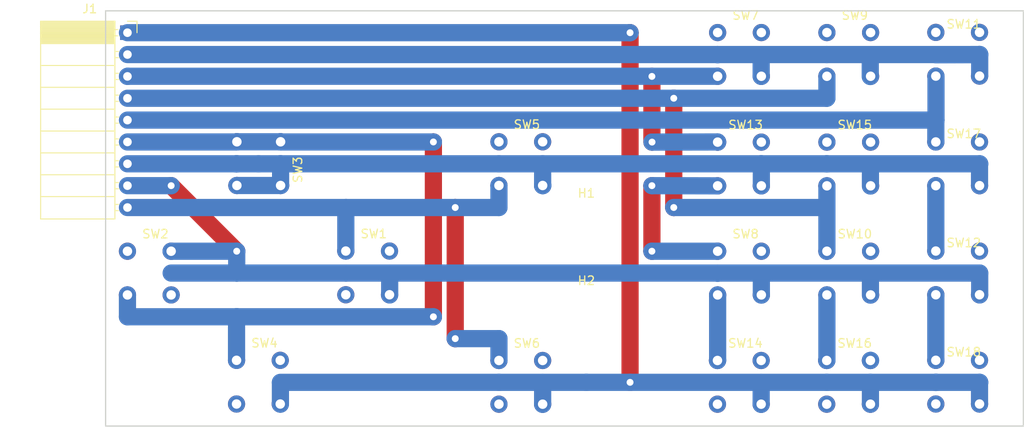
<source format=kicad_pcb>
(kicad_pcb (version 20211014) (generator pcbnew)
  (layers (0 "F.Cu" signal) (31 "B.Cu" signal) (34 "B.Paste" user) (35 "F.Paste" user) (36 "B.SilkS" user "B.Silkscreen") (37 "F.SilkS" user "F.Silkscreen") (38 "B.Mask" user) (39 "F.Mask" user) (44 "Edge.Cuts" user))
  (net 0 "")
  (net 1 "/N_C0")
  (net 2 "/N_C1")
  (net 3 "/N_C2")
  (net 4 "/N_C3")
  (net 5 "/N_C4")
  (net 6 "/N_R0")
  (net 7 "/N_R1")
  (net 8 "/N_R2")
  (net 9 "/N_R3")
  (footprint "For_Rasterboard:SW_PUSH_Color_B9mm_D12mm_P5.08mm" (layer "F.Cu") (at 17.8 17.8)
    (fp_text reference "SW13" (at 3.25 -2) (layer "F.SilkS"))
    (fp_text value "YELLOW")
    (pad "1" thru_hole circle (at 0 0 90) (size 2 2) (drill 1.1) (layers *.Cu *.Mask) (net 3 "/N_C2"))
    (pad "1" thru_hole circle (at 0 5.08 90) (size 2 2) (drill 1.1) (layers *.Cu *.Mask) (net 3 "/N_C2"))
    (pad "2" thru_hole circle (at 5.08 0 90) (size 2 2) (drill 1.1) (layers *.Cu *.Mask) (net 7 "/N_R1"))
    (pad "2" thru_hole circle (at 5.08 5.08 180) (size 2 2) (drill 1.1) (layers *.Cu *.Mask) (net 7 "/N_R1"))
  )
  (footprint "For_Rasterboard:SW_PUSH_Color_B9mm_D12mm_P5.08mm" (layer "F.Cu") (at 17.78 43.18)
    (fp_text reference "SW14" (at 3.25 -2) (layer "F.SilkS"))
    (fp_text value "YELLOW")
    (pad "1" thru_hole circle (at 0 5.08 90) (size 2 2) (drill 1.1) (layers *.Cu *.Mask) (net 3 "/N_C2"))
    (pad "1" thru_hole circle (at 0 0 90) (size 2 2) (drill 1.1) (layers *.Cu *.Mask) (net 3 "/N_C2"))
    (pad "2" thru_hole circle (at 5.08 5.08 180) (size 2 2) (drill 1.1) (layers *.Cu *.Mask) (net 9 "/N_R3"))
    (pad "2" thru_hole circle (at 5.08 0 90) (size 2 2) (drill 1.1) (layers *.Cu *.Mask) (net 9 "/N_R3"))
  )
  (footprint "For_Rasterboard:SW_PUSH_Color_B9mm_D12mm_P5.08mm" (layer "F.Cu") (at 43.16 5.044248)
    (fp_text reference "SW11" (at 3.25 -0.956372) (layer "F.SilkS"))
    (fp_text value "BLUE")
    (pad "1" thru_hole circle (at 0 5.08 90) (size 2 2) (drill 1.1) (layers *.Cu *.Mask) (net 5 "/N_C4"))
    (pad "1" thru_hole circle (at 0 0 90) (size 2 2) (drill 1.1) (layers *.Cu *.Mask) (net 5 "/N_C4"))
    (pad "2" thru_hole circle (at 5.08 5.08 180) (size 2 2) (drill 1.1) (layers *.Cu *.Mask) (net 6 "/N_R0"))
    (pad "2" thru_hole circle (at 5.08 0 90) (size 2 2) (drill 1.1) (layers *.Cu *.Mask) (net 6 "/N_R0"))
  )
  (footprint "For_Rasterboard:SW_PUSH_Color_B9mm_D12mm_P5.08mm" (layer "F.Cu") (at -7.62 43.18)
    (fp_text reference "SW6" (at 3.25 -2) (layer "F.SilkS"))
    (fp_text value "BLUE")
    (pad "1" thru_hole circle (at 0 5.08 90) (size 2 2) (drill 1.1) (layers *.Cu *.Mask) (net 2 "/N_C1"))
    (pad "1" thru_hole circle (at 0 0 90) (size 2 2) (drill 1.1) (layers *.Cu *.Mask) (net 2 "/N_C1"))
    (pad "2" thru_hole circle (at 5.08 0 90) (size 2 2) (drill 1.1) (layers *.Cu *.Mask) (net 9 "/N_R3"))
    (pad "2" thru_hole circle (at 5.08 5.08 180) (size 2 2) (drill 1.1) (layers *.Cu *.Mask) (net 9 "/N_R3"))
  )
  (footprint "For_Rasterboard:SW_PUSH_Color_B9mm_D12mm_P5.08mm" (layer "F.Cu") (at -7.62 17.76)
    (fp_text reference "SW5" (at 3.25 -2) (layer "F.SilkS"))
    (fp_text value "BLUE")
    (pad "1" thru_hole circle (at 0 5.08 90) (size 2 2) (drill 1.1) (layers *.Cu *.Mask) (net 2 "/N_C1"))
    (pad "1" thru_hole circle (at 0 0 90) (size 2 2) (drill 1.1) (layers *.Cu *.Mask) (net 2 "/N_C1"))
    (pad "2" thru_hole circle (at 5.08 5.08 180) (size 2 2) (drill 1.1) (layers *.Cu *.Mask) (net 7 "/N_R1"))
    (pad "2" thru_hole circle (at 5.08 0 90) (size 2 2) (drill 1.1) (layers *.Cu *.Mask) (net 7 "/N_R1"))
  )
  (footprint "For_Rasterboard:SW_PUSH_Color_B9mm_D12mm_P5.08mm" (layer "F.Cu") (at 30.48 43.18)
    (fp_text reference "SW16" (at 3.25 -2) (layer "F.SilkS"))
    (fp_text value "GRAY")
    (pad "1" thru_hole circle (at 0 0 90) (size 2 2) (drill 1.1) (layers *.Cu *.Mask) (net 4 "/N_C3"))
    (pad "1" thru_hole circle (at 0 5.08 90) (size 2 2) (drill 1.1) (layers *.Cu *.Mask) (net 4 "/N_C3"))
    (pad "2" thru_hole circle (at 5.08 0 90) (size 2 2) (drill 1.1) (layers *.Cu *.Mask) (net 9 "/N_R3"))
    (pad "2" thru_hole circle (at 5.08 5.08 180) (size 2 2) (drill 1.1) (layers *.Cu *.Mask) (net 9 "/N_R3"))
  )
  (footprint "For_Rasterboard:SW_PUSH_Color_B9mm_D12mm_P5.08mm" (layer "F.Cu") (at 43.16 30.46)
    (fp_text reference "SW12" (at 3.25 -0.956372) (layer "F.SilkS"))
    (fp_text value "BLUE")
    (pad "1" thru_hole circle (at 0 0 90) (size 2 2) (drill 1.1) (layers *.Cu *.Mask) (net 5 "/N_C4"))
    (pad "1" thru_hole circle (at 0 5.08 90) (size 2 2) (drill 1.1) (layers *.Cu *.Mask) (net 5 "/N_C4"))
    (pad "2" thru_hole circle (at 5.08 5.08 180) (size 2 2) (drill 1.1) (layers *.Cu *.Mask) (net 8 "/N_R2"))
    (pad "2" thru_hole circle (at 5.08 0 90) (size 2 2) (drill 1.1) (layers *.Cu *.Mask) (net 8 "/N_R2"))
  )
  (footprint "Connector_PinSocket_2.54mm:PinSocket_1x09_P2.54mm_Horizontal" (layer "F.Cu") (at -50.8 5.08)
    (fp_text reference "J1" (at -4.38 -2.77) (layer "F.SilkS"))
    (fp_text value "1x9 2.54mm female 90deg")
    (fp_line (start -10.09 -0.855715) (end -1.46 -0.855715) (layer "F.SilkS") (width 0.12))
    (fp_line (start -10.09 11.43) (end -1.46 11.43) (layer "F.SilkS") (width 0.12))
    (fp_line (start -10.09 13.97) (end -1.46 13.97) (layer "F.SilkS") (width 0.12))
    (fp_line (start -1.46 -0.36) (end -1.11 -0.36) (layer "F.SilkS") (width 0.12))
    (fp_line (start -1.46 0.36) (end -1.11 0.36) (layer "F.SilkS") (width 0.12))
    (fp_line (start 0 -1.33) (end 1.11 -1.33) (layer "F.SilkS") (width 0.12))
    (fp_line (start -10.09 0.797615) (end -1.46 0.797615) (layer "F.SilkS") (width 0.12))
    (fp_line (start -10.09 -0.97381) (end -1.46 -0.97381) (layer "F.SilkS") (width 0.12))
    (fp_line (start -10.09 -1.33) (end -1.46 -1.33) (layer "F.SilkS") (width 0.12))
    (fp_line (start -1.46 10.52) (end -1.05 10.52) (layer "F.SilkS") (width 0.12))
    (fp_line (start -1.46 18.14) (end -1.05 18.14) (layer "F.SilkS") (width 0.12))
    (fp_line (start -10.09 3.81) (end -1.46 3.81) (layer "F.SilkS") (width 0.12))
    (fp_line (start -10.09 21.65) (end -1.46 21.65) (layer "F.SilkS") (width 0.12))
    (fp_line (start -10.09 0.089045) (end -1.46 0.089045) (layer "F.SilkS") (width 0.12))
    (fp_line (start -1.46 19.96) (end -1.05 19.96) (layer "F.SilkS") (width 0.12))
    (fp_line (start -1.46 2.9) (end -1.05 2.9) (layer "F.SilkS") (width 0.12))
    (fp_line (start -10.09 -0.50143) (end -1.46 -0.50143) (layer "F.SilkS") (width 0.12))
    (fp_line (start -1.46 13.06) (end -1.05 13.06) (layer "F.SilkS") (width 0.12))
    (fp_line (start -10.09 1.1519) (end -1.46 1.1519) (layer "F.SilkS") (width 0.12))
    (fp_line (start -10.09 -1.21) (end -1.46 -1.21) (layer "F.SilkS") (width 0.12))
    (fp_line (start -1.46 20.68) (end -1.05 20.68) (layer "F.SilkS") (width 0.12))
    (fp_line (start -1.46 5.44) (end -1.05 5.44) (layer "F.SilkS") (width 0.12))
    (fp_line (start -10.09 -0.02905) (end -1.46 -0.02905) (layer "F.SilkS") (width 0.12))
    (fp_line (start -10.09 8.89) (end -1.46 8.89) (layer "F.SilkS") (width 0.12))
    (fp_line (start -10.09 -0.147145) (end -1.46 -0.147145) (layer "F.SilkS") (width 0.12))
    (fp_line (start -10.09 6.35) (end -1.46 6.35) (layer "F.SilkS") (width 0.12))
    (fp_line (start -10.09 0.325235) (end -1.46 0.325235) (layer "F.SilkS") (width 0.12))
    (fp_line (start -1.46 -1.33) (end -1.46 21.65) (layer "F.SilkS") (width 0.12))
    (fp_line (start -1.46 12.34) (end -1.05 12.34) (layer "F.SilkS") (width 0.12))
    (fp_line (start -1.46 15.6) (end -1.05 15.6) (layer "F.SilkS") (width 0.12))
    (fp_line (start -10.09 1.033805) (end -1.46 1.033805) (layer "F.SilkS") (width 0.12))
    (fp_line (start -1.46 4.72) (end -1.05 4.72) (layer "F.SilkS") (width 0.12))
    (fp_line (start -10.09 0.91571) (end -1.46 0.91571) (layer "F.SilkS") (width 0.12))
    (fp_line (start -10.09 -0.619525) (end -1.46 -0.619525) (layer "F.SilkS") (width 0.12))
    (fp_line (start -1.46 7.98) (end -1.05 7.98) (layer "F.SilkS") (width 0.12))
    (fp_line (start -10.09 0.67952) (end -1.46 0.67952) (layer "F.SilkS") (width 0.12))
    (fp_line (start -10.09 1.27) (end -1.46 1.27) (layer "F.SilkS") (width 0.12))
    (fp_line (start -10.09 -1.33) (end -10.09 21.65) (layer "F.SilkS") (width 0.12))
    (fp_line (start -10.09 0.20714) (end -1.46 0.20714) (layer "F.SilkS") (width 0.12))
    (fp_line (start -10.09 -0.26524) (end -1.46 -0.26524) (layer "F.SilkS") (width 0.12))
    (fp_line (start -1.46 9.8) (end -1.05 9.8) (layer "F.SilkS") (width 0.12))
    (fp_line (start -1.46 7.26) (end -1.05 7.26) (layer "F.SilkS") (width 0.12))
    (fp_line (start -10.09 -1.091905) (end -1.46 -1.091905) (layer "F.SilkS") (width 0.12))
    (fp_line (start -10.09 -0.383335) (end -1.46 -0.383335) (layer "F.SilkS") (width 0.12))
    (fp_line (start -10.09 0.44333) (end -1.46 0.44333) (layer "F.SilkS") (width 0.12))
    (fp_line (start -10.09 -0.73762) (end -1.46 -0.73762) (layer "F.SilkS") (width 0.12))
    (fp_line (start -10.09 0.561425) (end -1.46 0.561425) (layer "F.SilkS") (width 0.12))
    (fp_line (start -1.46 17.42) (end -1.05 17.42) (layer "F.SilkS") (width 0.12))
    (fp_line (start -10.09 19.05) (end -1.46 19.05) (layer "F.SilkS") (width 0.12))
    (fp_line (start -10.09 16.51) (end -1.46 16.51) (layer "F.SilkS") (width 0.12))
    (fp_line (start -1.46 2.18) (end -1.05 2.18) (layer "F.SilkS") (width 0.12))
    (fp_line (start -1.46 14.88) (end -1.05 14.88) (layer "F.SilkS") (width 0.12))
    (fp_line (start 1.11 -1.33) (end 1.11 0) (layer "F.SilkS") (width 0.12))
    (pad "1" thru_hole rect (at 0 0) (size 1.7 1.7) (drill 1) (layers *.Cu *.Mask) (net 9 "/N_R3"))
    (pad "2" thru_hole oval (at 0 2.54) (size 1.7 1.7) (drill 1) (layers *.Cu *.Mask) (net 6 "/N_R0"))
    (pad "3" thru_hole oval (at 0 5.08) (size 1.7 1.7) (drill 1) (layers *.Cu *.Mask) (net 3 "/N_C2"))
    (pad "4" thru_hole oval (at 0 7.62) (size 1.7 1.7) (drill 1) (layers *.Cu *.Mask) (net 4 "/N_C3"))
    (pad "5" thru_hole oval (at 0 10.16) (size 1.7 1.7) (drill 1) (layers *.Cu *.Mask) (net 5 "/N_C4"))
    (pad "6" thru_hole oval (at 0 12.7) (size 1.7 1.7) (drill 1) (layers *.Cu *.Mask) (net 1 "/N_C0"))
    (pad "7" thru_hole oval (at 0 15.24) (size 1.7 1.7) (drill 1) (layers *.Cu *.Mask) (net 7 "/N_R1"))
    (pad "8" thru_hole oval (at 0 17.78) (size 1.7 1.7) (drill 1) (layers *.Cu *.Mask) (net 8 "/N_R2"))
    (pad "9" thru_hole oval (at 0 20.32) (size 1.7 1.7) (drill 1) (layers *.Cu *.Mask) (net 2 "/N_C1"))
  )
  (footprint "MountingHole:MountingHole_3.2mm_M3" (layer "F.Cu") (at 2.54 27.94)
    (fp_text reference "H1" (at 0 -4.2) (layer "F.SilkS"))
    (fp_text value "Board leg mounting hole")
    (pad "" np_thru_hole circle (at 0 0) (size 3.2 3.2) (drill 3.2) (layers *.Cu *.Mask))
  )
  (footprint "For_Rasterboard:SW_PUSH_Color_B9mm_D12mm_P5.08mm" (layer "F.Cu") (at 17.8 30.48)
    (fp_text reference "SW8" (at 3.25 -2) (layer "F.SilkS"))
    (fp_text value "RED")
    (pad "1" thru_hole circle (at 0 0 90) (size 2 2) (drill 1.1) (layers *.Cu *.Mask) (net 3 "/N_C2"))
    (pad "1" thru_hole circle (at 0 5.08 90) (size 2 2) (drill 1.1) (layers *.Cu *.Mask) (net 3 "/N_C2"))
    (pad "2" thru_hole circle (at 5.08 0 90) (size 2 2) (drill 1.1) (layers *.Cu *.Mask) (net 8 "/N_R2"))
    (pad "2" thru_hole circle (at 5.08 5.08 180) (size 2 2) (drill 1.1) (layers *.Cu *.Mask) (net 8 "/N_R2"))
  )
  (footprint "For_Rasterboard:SW_PUSH_Color_B9mm_D12mm_P5.08mm" (layer "F.Cu") (at -33 17.76 -90)
    (fp_text reference "SW3" (at 3.25 -2 90) (layer "F.SilkS"))
    (fp_text value "GREEN")
    (pad "1" thru_hole circle (at 0 0) (size 2 2) (drill 1.1) (layers *.Cu *.Mask) (net 1 "/N_C0"))
    (pad "1" thru_hole circle (at 0 5.08) (size 2 2) (drill 1.1) (layers *.Cu *.Mask) (net 1 "/N_C0"))
    (pad "2" thru_hole circle (at 5.08 0) (size 2 2) (drill 1.1) (layers *.Cu *.Mask) (net 7 "/N_R1"))
    (pad "2" thru_hole circle (at 5.08 5.08 90) (size 2 2) (drill 1.1) (layers *.Cu *.Mask) (net 7 "/N_R1"))
  )
  (footprint "For_Rasterboard:SW_PUSH_Color_B9mm_D12mm_P5.08mm" (layer "F.Cu") (at 43.16 43.16)
    (fp_text reference "SW18" (at 3.25 -0.956372) (layer "F.SilkS"))
    (fp_text value "BLACK")
    (pad "1" thru_hole circle (at 0 5.08 90) (size 2 2) (drill 1.1) (layers *.Cu *.Mask) (net 5 "/N_C4"))
    (pad "1" thru_hole circle (at 0 0 90) (size 2 2) (drill 1.1) (layers *.Cu *.Mask) (net 5 "/N_C4"))
    (pad "2" thru_hole circle (at 5.08 0 90) (size 2 2) (drill 1.1) (layers *.Cu *.Mask) (net 9 "/N_R3"))
    (pad "2" thru_hole circle (at 5.08 5.08 180) (size 2 2) (drill 1.1) (layers *.Cu *.Mask) (net 9 "/N_R3"))
  )
  (footprint "For_Rasterboard:SW_PUSH_Color_B9mm_D12mm_P5.08mm" (layer "F.Cu") (at 30.5 17.8)
    (fp_text reference "SW15" (at 3.25 -2) (layer "F.SilkS"))
    (fp_text value "GRAY")
    (pad "1" thru_hole circle (at 0 5.08 90) (size 2 2) (drill 1.1) (layers *.Cu *.Mask) (net 4 "/N_C3"))
    (pad "1" thru_hole circle (at 0 0 90) (size 2 2) (drill 1.1) (layers *.Cu *.Mask) (net 4 "/N_C3"))
    (pad "2" thru_hole circle (at 5.08 0 90) (size 2 2) (drill 1.1) (layers *.Cu *.Mask) (net 7 "/N_R1"))
    (pad "2" thru_hole circle (at 5.08 5.08 180) (size 2 2) (drill 1.1) (layers *.Cu *.Mask) (net 7 "/N_R1"))
  )
  (footprint "For_Rasterboard:SW_PUSH_Color_B9mm_D12mm_P5.08mm" (layer "F.Cu") (at 30.5 5.064248)
    (fp_text reference "SW9" (at 3.25 -2) (layer "F.SilkS"))
    (fp_text value "GREEN")
    (pad "1" thru_hole circle (at 0 5.08 90) (size 2 2) (drill 1.1) (layers *.Cu *.Mask) (net 4 "/N_C3"))
    (pad "1" thru_hole circle (at 0 0 90) (size 2 2) (drill 1.1) (layers *.Cu *.Mask) (net 4 "/N_C3"))
    (pad "2" thru_hole circle (at 5.08 0 90) (size 2 2) (drill 1.1) (layers *.Cu *.Mask) (net 6 "/N_R0"))
    (pad "2" thru_hole circle (at 5.08 5.08 180) (size 2 2) (drill 1.1) (layers *.Cu *.Mask) (net 6 "/N_R0"))
  )
  (footprint "For_Rasterboard:SW_PUSH_Color_B9mm_D12mm_P5.08mm" (layer "F.Cu") (at -25.42 30.46)
    (fp_text reference "SW1" (at 3.25 -2) (layer "F.SilkS"))
    (fp_text value "RED")
    (pad "1" thru_hole circle (at 0 5.08 90) (size 2 2) (drill 1.1) (layers *.Cu *.Mask) (net 2 "/N_C1"))
    (pad "1" thru_hole circle (at 0 0 90) (size 2 2) (drill 1.1) (layers *.Cu *.Mask) (net 2 "/N_C1"))
    (pad "2" thru_hole circle (at 5.08 5.08 180) (size 2 2) (drill 1.1) (layers *.Cu *.Mask) (net 8 "/N_R2"))
    (pad "2" thru_hole circle (at 5.08 0 90) (size 2 2) (drill 1.1) (layers *.Cu *.Mask) (net 8 "/N_R2"))
  )
  (footprint "For_Rasterboard:SW_PUSH_Color_B9mm_D12mm_P5.08mm" (layer "F.Cu") (at 17.8 5.064248)
    (fp_text reference "SW7" (at 3.25 -2) (layer "F.SilkS"))
    (fp_text value "RED")
    (pad "1" thru_hole circle (at 0 0 90) (size 2 2) (drill 1.1) (layers *.Cu *.Mask) (net 3 "/N_C2"))
    (pad "1" thru_hole circle (at 0 5.08 90) (size 2 2) (drill 1.1) (layers *.Cu *.Mask) (net 3 "/N_C2"))
    (pad "2" thru_hole circle (at 5.08 0 90) (size 2 2) (drill 1.1) (layers *.Cu *.Mask) (net 6 "/N_R0"))
    (pad "2" thru_hole circle (at 5.08 5.08 180) (size 2 2) (drill 1.1) (layers *.Cu *.Mask) (net 6 "/N_R0"))
  )
  (footprint "For_Rasterboard:SW_PUSH_Color_B9mm_D12mm_P5.08mm" (layer "F.Cu") (at -38.12 43.16)
    (fp_text reference "SW4" (at 3.25 -2) (layer "F.SilkS"))
    (fp_text value "GREEN")
    (pad "1" thru_hole circle (at 0 0 90) (size 2 2) (drill 1.1) (layers *.Cu *.Mask) (net 1 "/N_C0"))
    (pad "1" thru_hole circle (at 0 5.08 90) (size 2 2) (drill 1.1) (layers *.Cu *.Mask) (net 1 "/N_C0"))
    (pad "2" thru_hole circle (at 5.08 5.08 180) (size 2 2) (drill 1.1) (layers *.Cu *.Mask) (net 9 "/N_R3"))
    (pad "2" thru_hole circle (at 5.08 0 90) (size 2 2) (drill 1.1) (layers *.Cu *.Mask) (net 9 "/N_R3"))
  )
  (footprint "For_Rasterboard:SW_PUSH_Color_B9mm_D12mm_P5.08mm" (layer "F.Cu") (at 43.16 17.78)
    (fp_text reference "SW17" (at 3.25 -0.956372) (layer "F.SilkS"))
    (fp_text value "BLACK")
    (pad "1" thru_hole circle (at 0 0 90) (size 2 2) (drill 1.1) (layers *.Cu *.Mask) (net 5 "/N_C4"))
    (pad "1" thru_hole circle (at 0 5.08 90) (size 2 2) (drill 1.1) (layers *.Cu *.Mask) (net 5 "/N_C4"))
    (pad "2" thru_hole circle (at 5.08 0 90) (size 2 2) (drill 1.1) (layers *.Cu *.Mask) (net 7 "/N_R1"))
    (pad "2" thru_hole circle (at 5.08 5.08 180) (size 2 2) (drill 1.1) (layers *.Cu *.Mask) (net 7 "/N_R1"))
  )
  (footprint "MountingHole:MountingHole_3.2mm_M3" (layer "F.Cu") (at 2.54 38.1)
    (fp_text reference "H2" (at 0 -4.2) (layer "F.SilkS"))
    (fp_text value "Board leg mounting hole")
    (pad "" np_thru_hole circle (at 0 0) (size 3.2 3.2) (drill 3.2) (layers *.Cu *.Mask))
  )
  (footprint "For_Rasterboard:SW_PUSH_Color_B9mm_D12mm_P5.08mm" (layer "F.Cu") (at -50.8 30.48)
    (fp_text reference "SW2" (at 3.25 -2) (layer "F.SilkS"))
    (fp_text value "RED")
    (pad "1" thru_hole circle (at 0 5.08 90) (size 2 2) (drill 1.1) (layers *.Cu *.Mask) (net 1 "/N_C0"))
    (pad "1" thru_hole circle (at 0 0 90) (size 2 2) (drill 1.1) (layers *.Cu *.Mask) (net 1 "/N_C0"))
    (pad "2" thru_hole circle (at 5.08 0 90) (size 2 2) (drill 1.1) (layers *.Cu *.Mask) (net 8 "/N_R2"))
    (pad "2" thru_hole circle (at 5.08 5.08 180) (size 2 2) (drill 1.1) (layers *.Cu *.Mask) (net 8 "/N_R2"))
  )
  (footprint "For_Rasterboard:SW_PUSH_Color_B9mm_D12mm_P5.08mm" (layer "F.Cu") (at 30.5 30.48)
    (fp_text reference "SW10" (at 3.25 -2) (layer "F.SilkS"))
    (fp_text value "RED")
    (pad "1" thru_hole circle (at 0 0 90) (size 2 2) (drill 1.1) (layers *.Cu *.Mask) (net 4 "/N_C3"))
    (pad "1" thru_hole circle (at 0 5.08 90) (size 2 2) (drill 1.1) (layers *.Cu *.Mask) (net 4 "/N_C3"))
    (pad "2" thru_hole circle (at 5.08 5.08 180) (size 2 2) (drill 1.1) (layers *.Cu *.Mask) (net 8 "/N_R2"))
    (pad "2" thru_hole circle (at 5.08 0 90) (size 2 2) (drill 1.1) (layers *.Cu *.Mask) (net 8 "/N_R2"))
  )
  (gr_rect (start -53.34 2.54) (end 53.34 50.8) (layer "Edge.Cuts") (width 0.15) (fill none))
  (segment (start -15.24 38.1) (end -15.24 17.78) (width 2) (layer "F.Cu") (net 1))
  (via (at -15.24 17.78) (size 2) (drill 0.8) (layers "F.Cu" "B.Cu") (net 1))
  (via (at -15.24 38.1) (size 2) (drill 0.8) (layers "F.Cu" "B.Cu") (net 1))
  (segment (start -38.12 38.12) (end -38.12 43.16) (width 2) (layer "B.Cu") (net 1))
  (segment (start -38.08 17.76) (end -33 17.76) (width 2) (layer "B.Cu") (net 1))
  (segment (start -15.24 38.1) (end -38.1 38.1) (width 2) (layer "B.Cu") (net 1))
  (segment (start -50.8 17.78) (end -38.14 17.78) (width 2) (layer "B.Cu") (net 1))
  (segment (start -15.24 17.78) (end -32.98 17.78) (width 2) (layer "B.Cu") (net 1))
  (segment (start -38.14 17.78) (end -38.12 17.76) (width 2) (layer "B.Cu") (net 1))
  (segment (start -32.98 17.78) (end -33 17.76) (width 2) (layer "B.Cu") (net 1))
  (segment (start -38.1 38.1) (end -50.8 38.1) (width 2) (layer "B.Cu") (net 1))
  (segment (start -50.8 38.1) (end -50.8 35.56) (width 2) (layer "B.Cu") (net 1))
  (segment (start -38.1 38.1) (end -38.12 38.12) (width 2) (layer "B.Cu") (net 1))
  (segment (start -12.7 25.4) (end -12.7 40.64) (width 2) (layer "F.Cu") (net 2))
  (via (at -12.7 25.4) (size 2) (drill 0.8) (layers "F.Cu" "B.Cu") (net 2))
  (via (at -12.7 40.64) (size 2) (drill 0.8) (layers "F.Cu" "B.Cu") (net 2))
  (segment (start -7.62 40.64) (end -7.62 43.18) (width 2) (layer "B.Cu") (net 2))
  (segment (start -50.8 25.4) (end -25.4 25.4) (width 2) (layer "B.Cu") (net 2))
  (segment (start -25.42 25.42) (end -25.42 30.46) (width 2) (layer "B.Cu") (net 2))
  (segment (start -25.4 25.4) (end -7.62 25.4) (width 2) (layer "B.Cu") (net 2))
  (segment (start -7.62 25.4) (end -7.62 22.84) (width 2) (layer "B.Cu") (net 2))
  (segment (start -12.7 40.64) (end -7.62 40.64) (width 2) (layer "B.Cu") (net 2))
  (segment (start -25.4 25.4) (end -25.42 25.42) (width 2) (layer "B.Cu") (net 2))
  (segment (start 10.16 10.16) (end 10.16 17.78) (width 2) (layer "F.Cu") (net 3))
  (segment (start 10.16 22.86) (end 10.16 30.48) (width 2) (layer "F.Cu") (net 3))
  (via (at 10.16 30.48) (size 2) (drill 0.8) (layers "F.Cu" "B.Cu") (net 3))
  (via (at 10.16 22.86) (size 2) (drill 0.8) (layers "F.Cu" "B.Cu") (net 3))
  (via (at 10.175752 17.795752) (size 2) (drill 0.8) (layers "F.Cu" "B.Cu") (net 3))
  (via (at 10.16 10.16) (size 2) (drill 0.8) (layers "F.Cu" "B.Cu") (net 3))
  (segment (start 17.8 22.88) (end 10.16 22.86) (width 2) (layer "B.Cu") (net 3))
  (segment (start 17.8 43.16) (end 17.78 43.18) (width 2) (layer "B.Cu") (net 3))
  (segment (start 17.8 35.56) (end 17.8 43.16) (width 2) (layer "B.Cu") (net 3))
  (segment (start 10.175752 17.795752) (end 17.78 17.78) (width 2) (layer "B.Cu") (net 3))
  (segment (start 10.16 30.48) (end 17.8 30.48) (width 2) (layer "B.Cu") (net 3))
  (segment (start -50.784248 10.144248) (end -50.8 10.16) (width 2) (layer "B.Cu") (net 3))
  (segment (start 17.78 17.78) (end 17.8 17.8) (width 2) (layer "B.Cu") (net 3))
  (segment (start 17.8 10.144248) (end -50.784248 10.144248) (width 2) (layer "B.Cu") (net 3))
  (segment (start 12.7 12.7) (end 12.7 25.4) (width 2) (layer "F.Cu") (net 4))
  (via (at 12.7 25.4) (size 2) (drill 0.8) (layers "F.Cu" "B.Cu") (net 4))
  (via (at 12.7 12.7) (size 2) (drill 0.8) (layers "F.Cu" "B.Cu") (net 4))
  (segment (start 30.5 12.68) (end 30.5 10.144248) (width 2) (layer "B.Cu") (net 4))
  (segment (start 30.5 43.16) (end 30.48 43.18) (width 2) (layer "B.Cu") (net 4))
  (segment (start 30.48 12.7) (end 30.5 12.68) (width 2) (layer "B.Cu") (net 4))
  (segment (start 30.5 25.42) (end 30.5 30.48) (width 2) (layer "B.Cu") (net 4))
  (segment (start 30.48 25.4) (end 30.5 25.42) (width 2) (layer "B.Cu") (net 4))
  (segment (start 30.5 25.38) (end 30.5 22.88) (width 2) (layer "B.Cu") (net 4))
  (segment (start 30.5 35.56) (end 30.5 43.16) (width 2) (layer "B.Cu") (net 4))
  (segment (start 12.7 25.4) (end 30.48 25.4) (width 2) (layer "B.Cu") (net 4))
  (segment (start 30.48 25.4) (end 30.5 25.38) (width 2) (layer "B.Cu") (net 4))
  (segment (start -50.8 12.7) (end 30.48 12.7) (width 2) (layer "B.Cu") (net 4))
  (segment (start 43.16 43.16) (end 43.16 35.54) (width 2) (layer "B.Cu") (net 5))
  (segment (start 43.16 22.86) (end 43.16 30.46) (width 2) (layer "B.Cu") (net 5))
  (segment (start 43.18 15.24) (end 43.16 15.26) (width 2) (layer "B.Cu") (net 5))
  (segment (start -50.8 15.24) (end 43.18 15.24) (width 2) (layer "B.Cu") (net 5))
  (segment (start 43.16 15.26) (end 43.16 17.78) (width 2) (layer "B.Cu") (net 5))
  (segment (start 43.18 15.24) (end 43.18 10.144248) (width 2) (layer "B.Cu") (net 5))
  (segment (start 17.78 7.62) (end 17.8 7.64) (width 2) (layer "B.Cu") (net 6))
  (segment (start 35.54 7.635752) (end 35.54 10.175752) (width 2) (layer "B.Cu") (net 6))
  (segment (start 30.48 7.62) (end 17.78 7.62) (width 2) (layer "B.Cu") (net 6))
  (segment (start 22.86 7.655752) (end 22.86 10.16) (width 2) (layer "B.Cu") (net 6))
  (segment (start 43.16 7.64) (end 48.26 7.62) (width 2) (layer "B.Cu") (net 6))
  (segment (start 48.26 7.62) (end 30.48 7.62) (width 2) (layer "B.Cu") (net 6))
  (segment (start 48.26 10.088496) (end 48.26 7.604248) (width 2) (layer "B.Cu") (net 6))
  (segment (start 17.78 7.62) (end -50.8 7.62) (width 2) (layer "B.Cu") (net 6))
  (segment (start -38.1 20.32) (end -38.12 20.34) (width 2) (layer "B.Cu") (net 7))
  (segment (start 22.88 20.34) (end 22.86 20.32) (width 2) (layer "B.Cu") (net 7))
  (segment (start 48.24 20.34) (end 48.24 22.86) (width 2) (layer "B.Cu") (net 7))
  (segment (start 22.88 22.88) (end 22.88 20.34) (width 2) (layer "B.Cu") (net 7))
  (segment (start 48.26 20.32) (end 30.48 20.32) (width 2) (layer "B.Cu") (net 7))
  (segment (start -38.12 20.34) (end -38.14 20.32) (width 2) (layer "B.Cu") (net 7))
  (segment (start -38.14 20.32) (end -50.8 20.32) (width 2) (layer "B.Cu") (net 7))
  (segment (start -33 22.84) (end -33 20.34) (width 2) (layer "B.Cu") (net 7))
  (segment (start 48.26 20.32) (end 48.24 20.34) (width 2) (layer "B.Cu") (net 7))
  (segment (start -33.02 20.32) (end -35.56 20.32) (width 2) (layer "B.Cu") (net 7))
  (segment (start -7.62 20.32) (end -33.02 20.32) (width 2) (layer "B.Cu") (net 7))
  (segment (start 35.56 20.36) (end 35.56 22.9) (width 2) (layer "B.Cu") (net 7))
  (segment (start -35.56 20.32) (end -38.1 20.32) (width 2) (layer "B.Cu") (net 7))
  (segment (start -33 22.84) (end -38.08 22.84) (width 2) (layer "B.Cu") (net 7))
  (segment (start 30.48 20.32) (end 30.5 20.34) (width 2) (layer "B.Cu") (net 7))
  (segment (start -2.52 22.86) (end -2.54 22.84) (width 2) (layer "B.Cu") (net 7))
  (segment (start -2.54 20.32) (end -2.54 22.86) (width 2) (layer "B.Cu") (net 7))
  (segment (start 22.86 20.32) (end -7.62 20.32) (width 2) (layer "B.Cu") (net 7))
  (segment (start -33 20.34) (end -33.02 20.32) (width 2) (layer "B.Cu") (net 7))
  (segment (start 30.48 20.32) (end 22.86 20.32) (width 2) (layer "B.Cu") (net 7))
  (segment (start -45.72 22.86) (end -38.1 30.48) (width 2) (layer "F.Cu") (net 8))
  (via (at -38.1 30.48) (size 2) (drill 0.8) (layers "F.Cu" "B.Cu") (net 8))
  (via (at -45.72 22.86) (size 2) (drill 0.8) (layers "F.Cu" "B.Cu") (net 8))
  (segment (start 48.26 33.02) (end 48.26 35.56) (width 2) (layer "B.Cu") (net 8))
  (segment (start 17.78 33.02) (end 17.8 33.04) (width 2) (layer "B.Cu") (net 8))
  (segment (start -20.32 33.02) (end -20.32 35.56) (width 2) (layer "B.Cu") (net 8))
  (segment (start -38.1 33.02) (end -25.4 33.02) (width 2) (layer "B.Cu") (net 8))
  (segment (start 22.88 33.06) (end 22.88 35.58) (width 2) (layer "B.Cu") (net 8))
  (segment (start 17.78 33.02) (end 48.26 33.02) (width 2) (layer "B.Cu") (net 8))
  (segment (start 35.56 33.04) (end 35.56 35.58) (width 2) (layer "B.Cu") (net 8))
  (segment (start -38.1 30.48) (end -45.72 30.48) (width 2) (layer "B.Cu") (net 8))
  (segment (start -50.8 22.86) (end -45.72 22.86) (width 2) (layer "B.Cu") (net 8))
  (segment (start -25.4 33.02) (end 17.78 33.02) (width 2) (layer "B.Cu") (net 8))
  (segment (start -45.72 33.02) (end -38.1 33.02) (width 2) (layer "B.Cu") (net 8))
  (segment (start -38.1 30.48) (end -38.1 33.02) (width 2) (layer "B.Cu") (net 8))
  (segment (start 7.62 5.08) (end 7.62 45.72) (width 2) (layer "F.Cu") (net 9))
  (via (at 7.62 5.08) (size 2) (drill 0.8) (layers "F.Cu" "B.Cu") (net 9))
  (via (at 7.62 45.72) (size 2) (drill 0.8) (layers "F.Cu" "B.Cu") (net 9))
  (segment (start -7.62 45.72) (end -33.02 45.72) (width 2) (layer "B.Cu") (net 9))
  (segment (start 43.18 45.72) (end 30.48 45.72) (width 2) (layer "B.Cu") (net 9))
  (segment (start -50.8 5.08) (end 7.62 5.08) (width 2) (layer "B.Cu") (net 9))
  (segment (start 35.58 43.16) (end 35.56 43.18) (width 2) (layer "B.Cu") (net 9))
  (segment (start 43.18 45.72) (end 48.26 45.72) (width 2) (layer "B.Cu") (net 9))
  (segment (start 2.54 45.72) (end -7.62 45.72) (width 2) (layer "B.Cu") (net 9))
  (segment (start -2.54 48.28) (end -2.54 45.74) (width 2) (layer "B.Cu") (net 9))
  (segment (start 30.48 45.72) (end 2.54 45.72) (width 2) (layer "B.Cu") (net 9))
  (segment (start -33.02 45.76) (end -33.02 48.26) (width 2) (layer "B.Cu") (net 9))
  (segment (start 48.26 45.72) (end 48.24 45.74) (width 2) (layer "B.Cu") (net 9))
  (segment (start 43.16 45.74) (end 43.18 45.72) (width 2) (layer "B.Cu") (net 9))
  (segment (start 35.56 48.26) (end 35.56 45.72) (width 2) (layer "B.Cu") (net 9))
  (segment (start 22.86 48.28) (end 22.86 45.74) (width 2) (layer "B.Cu") (net 9))
  (segment (start 48.24 45.74) (end 48.24 48.24) (width 2) (layer "B.Cu") (net 9))
)
</source>
